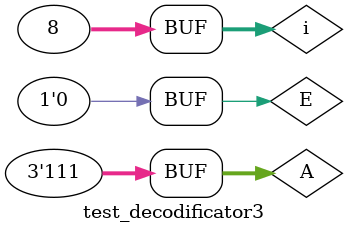
<source format=v>
module decodificator3(A, E, Y);
input [2:0] A;
output reg [7:0] Y;
input E;
integer i;

always @(A or E) begin

if(E == 1)
  Y = 0;
else
  for(i = 0; i < 8; i = i+1)
    Y[i] = 0;
  Y[A] = 1;
end

endmodule

module test_decodificator3;
reg [2:0] A;
wire [7:0] Y;
reg E;
integer i;

decodificator3 mydecode(A, E, Y);
initial begin
  E = 1;
  #20 E = 0;
  for(i = 0; i < 8; i = i+1) begin
    A = i;
    #10;
  end
end
endmodule

</source>
